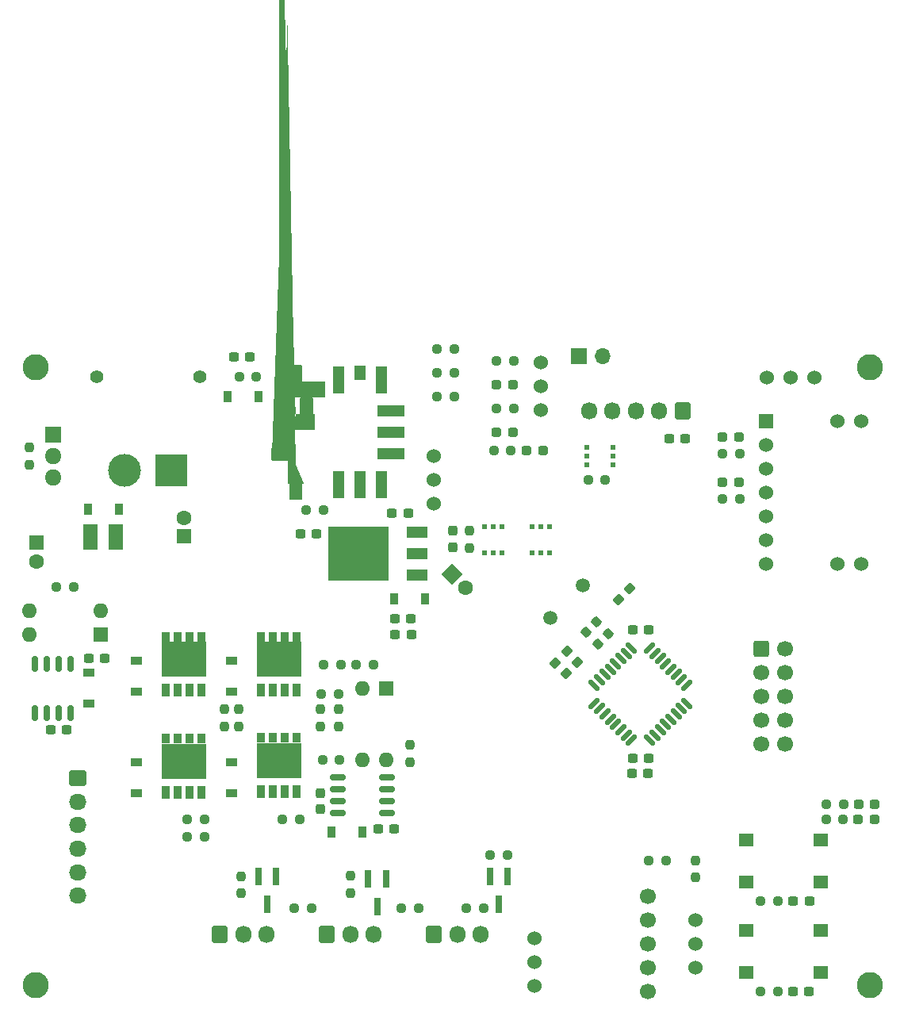
<source format=gbr>
%TF.GenerationSoftware,KiCad,Pcbnew,(6.0.7)*%
%TF.CreationDate,2023-06-24T17:20:50+09:00*%
%TF.ProjectId,motordriver,6d6f746f-7264-4726-9976-65722e6b6963,rev?*%
%TF.SameCoordinates,Original*%
%TF.FileFunction,Soldermask,Top*%
%TF.FilePolarity,Negative*%
%FSLAX46Y46*%
G04 Gerber Fmt 4.6, Leading zero omitted, Abs format (unit mm)*
G04 Created by KiCad (PCBNEW (6.0.7)) date 2023-06-24 17:20:50*
%MOMM*%
%LPD*%
G01*
G04 APERTURE LIST*
G04 Aperture macros list*
%AMRoundRect*
0 Rectangle with rounded corners*
0 $1 Rounding radius*
0 $2 $3 $4 $5 $6 $7 $8 $9 X,Y pos of 4 corners*
0 Add a 4 corners polygon primitive as box body*
4,1,4,$2,$3,$4,$5,$6,$7,$8,$9,$2,$3,0*
0 Add four circle primitives for the rounded corners*
1,1,$1+$1,$2,$3*
1,1,$1+$1,$4,$5*
1,1,$1+$1,$6,$7*
1,1,$1+$1,$8,$9*
0 Add four rect primitives between the rounded corners*
20,1,$1+$1,$2,$3,$4,$5,0*
20,1,$1+$1,$4,$5,$6,$7,0*
20,1,$1+$1,$6,$7,$8,$9,0*
20,1,$1+$1,$8,$9,$2,$3,0*%
%AMRotRect*
0 Rectangle, with rotation*
0 The origin of the aperture is its center*
0 $1 length*
0 $2 width*
0 $3 Rotation angle, in degrees counterclockwise*
0 Add horizontal line*
21,1,$1,$2,0,0,$3*%
%AMFreePoly0*
4,1,53,0.885000,-2.035000,0.700000,-2.035000,0.700000,-3.665000,0.695106,-3.680063,0.695106,-3.695902,0.685796,-3.708716,0.680902,-3.723779,0.668089,-3.733089,0.658779,-3.745902,0.643716,-3.750796,0.630902,-3.760106,0.615063,-3.760106,0.600000,-3.765000,-0.600000,-3.765000,-0.615063,-3.760106,-0.630902,-3.760106,-0.643716,-3.750796,-0.658779,-3.745902,-0.668089,-3.733089,-0.680902,-3.723779,
-0.685796,-3.708716,-0.695106,-3.695902,-0.695106,-3.680063,-0.700000,-3.665000,-0.700000,-2.035000,-0.885000,-2.035000,-0.885000,0.450000,-2.515000,0.450000,-2.530063,0.454894,-2.545902,0.454894,-2.558716,0.464204,-2.573779,0.469098,-2.583089,0.481911,-2.595902,0.491221,-2.600796,0.506284,-2.610106,0.519098,-2.610106,0.534937,-2.615000,0.550000,-2.615000,1.750000,-2.610106,1.765063,
-2.610106,1.780902,-2.600796,1.793716,-2.595902,1.808779,-2.583089,1.818089,-2.573779,1.830902,-2.558716,1.835796,-2.545902,1.845106,-2.530063,1.845106,-2.515000,1.850000,-0.885000,1.850000,-0.885000,2.035000,0.885000,2.035000,0.885000,-2.035000,0.885000,-2.035000,$1*%
%AMFreePoly1*
4,1,53,-0.534937,2.610106,-0.519098,2.610106,-0.506284,2.600796,-0.491221,2.595902,-0.481911,2.583089,-0.469098,2.573779,-0.464204,2.558716,-0.454894,2.545902,-0.454894,2.530063,-0.450000,2.515000,-0.450000,0.885000,0.450000,0.885000,0.450000,2.515000,0.454894,2.530063,0.454894,2.545902,0.464204,2.558716,0.469098,2.573779,0.481911,2.583089,0.491221,2.595902,0.506284,2.600796,
0.519098,2.610106,0.534937,2.610106,0.550000,2.615000,1.750000,2.615000,1.765063,2.610106,1.780902,2.610106,1.793716,2.600796,1.808779,2.595902,1.818089,2.583089,1.830902,2.573779,1.835796,2.558716,1.845106,2.545902,1.845106,2.530063,1.850000,2.515000,1.850000,0.885000,2.035000,0.885000,2.035000,-0.885000,-2.035000,-0.885000,-2.035000,0.885000,-1.850000,0.885000,
-1.850000,2.515000,-1.845106,2.530063,-1.845106,2.545902,-1.835796,2.558716,-1.830902,2.573779,-1.818089,2.583089,-1.808779,2.595902,-1.793716,2.600796,-1.780902,2.610106,-1.765063,2.610106,-1.750000,2.615000,-0.550000,2.615000,-0.534937,2.610106,-0.534937,2.610106,$1*%
%AMFreePoly2*
4,1,29,0.885000,1.850000,2.515000,1.850000,2.530063,1.845106,2.545902,1.845106,2.558716,1.835796,2.573779,1.830902,2.583089,1.818089,2.595902,1.808779,2.600796,1.793716,2.610106,1.780902,2.610106,1.765063,2.615000,1.750000,2.615000,0.550000,2.610106,0.534937,2.610106,0.519098,2.600796,0.506284,2.595902,0.491221,2.583089,0.481911,2.573779,0.469098,2.558716,0.464204,
2.545902,0.454894,2.530063,0.454894,2.515000,0.450000,0.885000,0.450000,0.885000,-2.035000,-0.885000,-2.035000,-0.885000,2.035000,0.885000,2.035000,0.885000,1.850000,0.885000,1.850000,$1*%
G04 Aperture macros list end*
%ADD10RoundRect,0.237500X-0.237500X0.300000X-0.237500X-0.300000X0.237500X-0.300000X0.237500X0.300000X0*%
%ADD11RoundRect,0.237500X0.237500X-0.250000X0.237500X0.250000X-0.237500X0.250000X-0.237500X-0.250000X0*%
%ADD12RoundRect,0.237500X-0.300000X-0.237500X0.300000X-0.237500X0.300000X0.237500X-0.300000X0.237500X0*%
%ADD13RoundRect,0.237500X-0.287500X-0.237500X0.287500X-0.237500X0.287500X0.237500X-0.287500X0.237500X0*%
%ADD14RoundRect,0.237500X-0.250000X-0.237500X0.250000X-0.237500X0.250000X0.237500X-0.250000X0.237500X0*%
%ADD15C,1.524000*%
%ADD16R,1.530000X2.720000*%
%ADD17R,0.620000X0.575000*%
%ADD18C,2.800000*%
%ADD19R,1.200000X0.900000*%
%ADD20R,0.900000X1.200000*%
%ADD21RoundRect,0.237500X0.044194X0.380070X-0.380070X-0.044194X-0.044194X-0.380070X0.380070X0.044194X0*%
%ADD22R,0.850000X1.450000*%
%ADD23R,0.850000X1.050000*%
%ADD24R,4.700000X3.750000*%
%ADD25C,1.500000*%
%ADD26O,1.600000X1.600000*%
%ADD27R,1.600000X1.600000*%
%ADD28C,1.700000*%
%ADD29R,1.600000X1.400000*%
%ADD30RoundRect,0.250000X0.600000X0.675000X-0.600000X0.675000X-0.600000X-0.675000X0.600000X-0.675000X0*%
%ADD31O,1.700000X1.850000*%
%ADD32RoundRect,0.237500X0.250000X0.237500X-0.250000X0.237500X-0.250000X-0.237500X0.250000X-0.237500X0*%
%ADD33RoundRect,0.250000X-0.600000X-0.675000X0.600000X-0.675000X0.600000X0.675000X-0.600000X0.675000X0*%
%ADD34RoundRect,0.237500X0.300000X0.237500X-0.300000X0.237500X-0.300000X-0.237500X0.300000X-0.237500X0*%
%ADD35RoundRect,0.237500X0.344715X-0.008839X-0.008839X0.344715X-0.344715X0.008839X0.008839X-0.344715X0*%
%ADD36RoundRect,0.237500X0.237500X-0.300000X0.237500X0.300000X-0.237500X0.300000X-0.237500X-0.300000X0*%
%ADD37RoundRect,0.237500X0.287500X0.237500X-0.287500X0.237500X-0.287500X-0.237500X0.287500X-0.237500X0*%
%ADD38R,0.800000X1.900000*%
%ADD39RoundRect,0.237500X-0.044194X-0.380070X0.380070X0.044194X0.044194X0.380070X-0.380070X-0.044194X0*%
%ADD40R,1.524000X1.524000*%
%ADD41C,1.600000*%
%ADD42C,1.400000*%
%ADD43R,3.500000X3.500000*%
%ADD44C,3.500000*%
%ADD45RoundRect,0.237500X-0.237500X0.250000X-0.237500X-0.250000X0.237500X-0.250000X0.237500X0.250000X0*%
%ADD46R,1.200000X3.000000*%
%ADD47FreePoly0,0.000000*%
%ADD48FreePoly1,90.000000*%
%ADD49FreePoly2,90.000000*%
%ADD50R,3.000000X1.200000*%
%ADD51R,1.200000X1.500000*%
%ADD52RoundRect,0.150000X0.675000X0.150000X-0.675000X0.150000X-0.675000X-0.150000X0.675000X-0.150000X0*%
%ADD53RoundRect,0.150000X-0.150000X0.675000X-0.150000X-0.675000X0.150000X-0.675000X0.150000X0.675000X0*%
%ADD54R,0.575000X0.620000*%
%ADD55RoundRect,0.125000X-0.530330X0.353553X0.353553X-0.530330X0.530330X-0.353553X-0.353553X0.530330X0*%
%ADD56RoundRect,0.125000X-0.530330X-0.353553X-0.353553X-0.530330X0.530330X0.353553X0.353553X0.530330X0*%
%ADD57R,2.200000X1.200000*%
%ADD58R,6.400000X5.800000*%
%ADD59R,1.800000X1.717500*%
%ADD60O,1.800000X1.717500*%
%ADD61RoundRect,0.250000X-0.600000X-0.600000X0.600000X-0.600000X0.600000X0.600000X-0.600000X0.600000X0*%
%ADD62RotRect,1.600000X1.600000X315.000000*%
%ADD63RoundRect,0.250000X-0.675000X0.600000X-0.675000X-0.600000X0.675000X-0.600000X0.675000X0.600000X0*%
%ADD64O,1.850000X1.700000*%
%ADD65R,1.700000X1.700000*%
%ADD66O,1.700000X1.700000*%
G04 APERTURE END LIST*
D10*
%TO.C,C21*%
X66675000Y-102007500D03*
X66675000Y-103732500D03*
%TD*%
D11*
%TO.C,R42*%
X66675000Y-93067500D03*
X66675000Y-94892500D03*
%TD*%
D12*
%TO.C,C8*%
X41910000Y-87630000D03*
X43635000Y-87630000D03*
%TD*%
D13*
%TO.C,D2*%
X109615000Y-68834000D03*
X111365000Y-68834000D03*
%TD*%
D14*
%TO.C,R27*%
X54252500Y-106680000D03*
X52427500Y-106680000D03*
%TD*%
D15*
%TO.C,SW3*%
X90170000Y-56030000D03*
X90170000Y-58570000D03*
X90170000Y-61110000D03*
%TD*%
D16*
%TO.C,C6*%
X44776610Y-74639237D03*
X42094610Y-74639237D03*
%TD*%
D17*
%TO.C,U5*%
X91120000Y-73542000D03*
X90170000Y-73542000D03*
X89220000Y-73542000D03*
X89220000Y-76318000D03*
X90170000Y-76318000D03*
X91120000Y-76318000D03*
%TD*%
D18*
%TO.C,REF\u002A\u002A*%
X125300000Y-122520000D03*
%TD*%
D19*
%TO.C,D9*%
X46990000Y-98680000D03*
X46990000Y-101980000D03*
%TD*%
D12*
%TO.C,C23*%
X74637153Y-85104507D03*
X76362153Y-85104507D03*
%TD*%
D20*
%TO.C,D3*%
X41826346Y-71658896D03*
X45126346Y-71658896D03*
%TD*%
D21*
%TO.C,C25*%
X99669880Y-80162120D03*
X98450120Y-81381880D03*
%TD*%
D14*
%TO.C,R22*%
X85170000Y-65405000D03*
X86995000Y-65405000D03*
%TD*%
D22*
%TO.C,U8*%
X50165000Y-101895000D03*
X51435000Y-101895000D03*
X52705000Y-101895000D03*
X53975000Y-101895000D03*
D23*
X53975000Y-96195000D03*
X52705000Y-96195000D03*
X51435000Y-96195000D03*
X50165000Y-96195000D03*
D24*
X52070000Y-98595000D03*
%TD*%
D25*
%TO.C,Y1*%
X94696412Y-79801588D03*
X91231589Y-83266411D03*
%TD*%
D26*
%TO.C,U3*%
X35550000Y-85095000D03*
X35550000Y-82555000D03*
X43170000Y-82555000D03*
D27*
X43170000Y-85095000D03*
%TD*%
D14*
%TO.C,R53*%
X113641500Y-113538000D03*
X115466500Y-113538000D03*
%TD*%
D12*
%TO.C,C10*%
X37872499Y-95250000D03*
X39597499Y-95250000D03*
%TD*%
D28*
%TO.C,SW4*%
X101600000Y-115570000D03*
X101600000Y-118110000D03*
X101600000Y-120650000D03*
X101600000Y-113030000D03*
X101600000Y-123190000D03*
%TD*%
D29*
%TO.C,SW6*%
X120110000Y-116622000D03*
X112110000Y-116622000D03*
X112110000Y-121122000D03*
X120110000Y-121122000D03*
%TD*%
D30*
%TO.C,J3*%
X105330000Y-61220000D03*
D31*
X102830000Y-61220000D03*
X100330000Y-61220000D03*
X97830000Y-61220000D03*
X95330000Y-61220000D03*
%TD*%
D17*
%TO.C,U9*%
X86040000Y-73542000D03*
X85090000Y-73542000D03*
X84140000Y-73542000D03*
X84140000Y-76318000D03*
X85090000Y-76318000D03*
X86040000Y-76318000D03*
%TD*%
D14*
%TO.C,R25*%
X84812500Y-108585000D03*
X86637500Y-108585000D03*
%TD*%
D12*
%TO.C,C9*%
X57434958Y-55398953D03*
X59159958Y-55398953D03*
%TD*%
D22*
%TO.C,U11*%
X60325000Y-91015000D03*
X61595000Y-91015000D03*
X62865000Y-91015000D03*
X64135000Y-91015000D03*
D23*
X64135000Y-85315000D03*
X62865000Y-85315000D03*
X61595000Y-85315000D03*
X60325000Y-85315000D03*
D24*
X62230000Y-87715000D03*
%TD*%
D32*
%TO.C,R15*%
X40282500Y-80010000D03*
X38457500Y-80010000D03*
%TD*%
D33*
%TO.C,J7*%
X55920000Y-117060000D03*
D31*
X58420000Y-117060000D03*
X60920000Y-117060000D03*
%TD*%
D34*
%TO.C,C22*%
X76340377Y-83395547D03*
X74615377Y-83395547D03*
%TD*%
D35*
%TO.C,R50*%
X96296159Y-86123338D03*
X95005689Y-84832868D03*
%TD*%
D14*
%TO.C,R30*%
X52427500Y-104775000D03*
X54252500Y-104775000D03*
%TD*%
D36*
%TO.C,C19*%
X80827993Y-75732189D03*
X80827993Y-74007189D03*
%TD*%
D34*
%TO.C,C29*%
X101700500Y-84582000D03*
X99975500Y-84582000D03*
%TD*%
D11*
%TO.C,R21*%
X82550000Y-75842500D03*
X82550000Y-74017500D03*
%TD*%
D20*
%TO.C,D4*%
X56770000Y-59690000D03*
X60070000Y-59690000D03*
%TD*%
D37*
%TO.C,D16*%
X125837506Y-104790968D03*
X124087506Y-104790968D03*
%TD*%
D38*
%TO.C,Q5*%
X86675000Y-110895000D03*
X84775000Y-110895000D03*
X85725000Y-113895000D03*
%TD*%
D11*
%TO.C,R29*%
X56384306Y-94864203D03*
X56384306Y-93039203D03*
%TD*%
D32*
%TO.C,R45*%
X68704523Y-98443293D03*
X66879523Y-98443293D03*
%TD*%
D34*
%TO.C,C20*%
X76036933Y-72114105D03*
X74311933Y-72114105D03*
%TD*%
D39*
%TO.C,C28*%
X92862120Y-89255880D03*
X94081880Y-88036120D03*
%TD*%
D32*
%TO.C,R47*%
X68580000Y-91440000D03*
X66755000Y-91440000D03*
%TD*%
%TO.C,R18*%
X80922500Y-59690000D03*
X79097500Y-59690000D03*
%TD*%
%TO.C,R35*%
X77112500Y-114300000D03*
X75287500Y-114300000D03*
%TD*%
D22*
%TO.C,U12*%
X60325000Y-101810000D03*
X61595000Y-101810000D03*
X62865000Y-101810000D03*
X64135000Y-101810000D03*
D23*
X64135000Y-96110000D03*
X62865000Y-96110000D03*
X61595000Y-96110000D03*
X60325000Y-96110000D03*
D24*
X62230000Y-98510000D03*
%TD*%
D19*
%TO.C,D11*%
X57150000Y-87885000D03*
X57150000Y-91185000D03*
%TD*%
D15*
%TO.C,SW7*%
X114300000Y-57658000D03*
X116840000Y-57658000D03*
X119380000Y-57658000D03*
%TD*%
%TO.C,SW2*%
X89535000Y-122555000D03*
X89535000Y-120015000D03*
X89535000Y-117475000D03*
%TD*%
D20*
%TO.C,D13*%
X77850000Y-81280000D03*
X74550000Y-81280000D03*
%TD*%
D14*
%TO.C,R5*%
X109577500Y-70612000D03*
X111402500Y-70612000D03*
%TD*%
D32*
%TO.C,R48*%
X115466500Y-123190000D03*
X113641500Y-123190000D03*
%TD*%
D15*
%TO.C,J1*%
X121860000Y-77565000D03*
X124400000Y-62325000D03*
X124400000Y-77565000D03*
X121860000Y-62325000D03*
X114240000Y-77565000D03*
X114240000Y-69945000D03*
D40*
X114240000Y-62325000D03*
D15*
X114240000Y-72485000D03*
X114240000Y-67405000D03*
X114240000Y-64865000D03*
X114240000Y-75025000D03*
%TD*%
D14*
%TO.C,R39*%
X85447500Y-60960000D03*
X87272500Y-60960000D03*
%TD*%
D18*
%TO.C,REF\u002A\u002A*%
X36300000Y-122520000D03*
%TD*%
D39*
%TO.C,C26*%
X91744240Y-88087760D03*
X92964000Y-86868000D03*
%TD*%
D27*
%TO.C,U16*%
X73665000Y-90815000D03*
D26*
X71125000Y-90815000D03*
X71125000Y-98435000D03*
X73665000Y-98435000D03*
%TD*%
D34*
%TO.C,C14*%
X105637500Y-64135000D03*
X103912500Y-64135000D03*
%TD*%
D27*
%TO.C,C11*%
X52070000Y-74615112D03*
D41*
X52070000Y-72615112D03*
%TD*%
D42*
%TO.C,J2*%
X53760000Y-57575000D03*
X42760000Y-57575000D03*
D43*
X50760000Y-67575000D03*
D44*
X45760000Y-67575000D03*
%TD*%
D14*
%TO.C,R12*%
X70485000Y-88265000D03*
X72310000Y-88265000D03*
%TD*%
D33*
%TO.C,J6*%
X78780000Y-117070000D03*
D31*
X81280000Y-117070000D03*
X83780000Y-117070000D03*
%TD*%
D45*
%TO.C,R24*%
X69850000Y-110847500D03*
X69850000Y-112672500D03*
%TD*%
D15*
%TO.C,SW5*%
X106680000Y-115570000D03*
X106680000Y-118110000D03*
X106680000Y-120650000D03*
%TD*%
D14*
%TO.C,R13*%
X65127500Y-71755000D03*
X66952500Y-71755000D03*
%TD*%
D11*
%TO.C,R46*%
X76200000Y-98702500D03*
X76200000Y-96877500D03*
%TD*%
D45*
%TO.C,R23*%
X58172761Y-110879154D03*
X58172761Y-112704154D03*
%TD*%
D46*
%TO.C,MD1*%
X68580000Y-69100000D03*
D47*
X63995000Y-66935000D03*
D48*
X63995000Y-62355000D03*
D49*
X65145000Y-58915000D03*
D46*
X68580000Y-57900000D03*
X73160000Y-57900000D03*
D50*
X74180000Y-63500000D03*
X74180000Y-65790000D03*
D46*
X73160000Y-69100000D03*
X70870000Y-69100000D03*
D51*
X70870000Y-57150000D03*
D50*
X74180000Y-61210000D03*
%TD*%
D35*
%TO.C,R49*%
X97419235Y-84973235D03*
X96128765Y-83682765D03*
%TD*%
D38*
%TO.C,Q4*%
X73660000Y-111125000D03*
X71760000Y-111125000D03*
X72710000Y-114125000D03*
%TD*%
D37*
%TO.C,D15*%
X124123928Y-103204699D03*
X125873928Y-103204699D03*
%TD*%
D13*
%TO.C,D10*%
X85485000Y-63500000D03*
X87235000Y-63500000D03*
%TD*%
D19*
%TO.C,D5*%
X41910000Y-92454999D03*
X41910000Y-89154999D03*
%TD*%
D52*
%TO.C,U15*%
X73745000Y-104140000D03*
X73745000Y-102870000D03*
X73745000Y-101600000D03*
X73745000Y-100330000D03*
X68495000Y-100330000D03*
X68495000Y-101600000D03*
X68495000Y-102870000D03*
X68495000Y-104140000D03*
%TD*%
D53*
%TO.C,U4*%
X40005000Y-88180000D03*
X38735000Y-88180000D03*
X37465000Y-88180000D03*
X36195000Y-88180000D03*
X36195000Y-93430000D03*
X37465000Y-93430000D03*
X38735000Y-93430000D03*
X40005000Y-93430000D03*
%TD*%
D12*
%TO.C,C32*%
X99931040Y-99856988D03*
X101656040Y-99856988D03*
%TD*%
%TO.C,C34*%
X117147000Y-113538000D03*
X118872000Y-113538000D03*
%TD*%
D54*
%TO.C,U13*%
X95132000Y-65090000D03*
X95132000Y-66040000D03*
X95132000Y-66990000D03*
X97908000Y-66990000D03*
X97908000Y-66040000D03*
X97908000Y-65090000D03*
%TD*%
D32*
%TO.C,R16*%
X80922500Y-54610000D03*
X79097500Y-54610000D03*
%TD*%
D14*
%TO.C,R43*%
X62587500Y-104775000D03*
X64412500Y-104775000D03*
%TD*%
D19*
%TO.C,D12*%
X57150000Y-98680000D03*
X57150000Y-101980000D03*
%TD*%
D11*
%TO.C,R52*%
X106680000Y-110998000D03*
X106680000Y-109173000D03*
%TD*%
D55*
%TO.C,U17*%
X99865728Y-86507930D03*
X99300043Y-87073616D03*
X98734357Y-87639301D03*
X98168672Y-88204986D03*
X97602986Y-88770672D03*
X97037301Y-89336357D03*
X96471616Y-89902043D03*
X95905930Y-90467728D03*
D56*
X95905930Y-92412272D03*
X96471616Y-92977957D03*
X97037301Y-93543643D03*
X97602986Y-94109328D03*
X98168672Y-94675014D03*
X98734357Y-95240699D03*
X99300043Y-95806384D03*
X99865728Y-96372070D03*
D55*
X101810272Y-96372070D03*
X102375957Y-95806384D03*
X102941643Y-95240699D03*
X103507328Y-94675014D03*
X104073014Y-94109328D03*
X104638699Y-93543643D03*
X105204384Y-92977957D03*
X105770070Y-92412272D03*
D56*
X105770070Y-90467728D03*
X105204384Y-89902043D03*
X104638699Y-89336357D03*
X104073014Y-88770672D03*
X103507328Y-88204986D03*
X102941643Y-87639301D03*
X102375957Y-87073616D03*
X101810272Y-86507930D03*
%TD*%
D14*
%TO.C,R17*%
X79097500Y-57150000D03*
X80922500Y-57150000D03*
%TD*%
D12*
%TO.C,C33*%
X64542500Y-74295000D03*
X66267500Y-74295000D03*
%TD*%
D57*
%TO.C,U14*%
X77015000Y-78735000D03*
X77015000Y-76455000D03*
D58*
X70715000Y-76455000D03*
D57*
X77015000Y-74175000D03*
%TD*%
D13*
%TO.C,D7*%
X85485000Y-58420000D03*
X87235000Y-58420000D03*
%TD*%
D32*
%TO.C,R36*%
X84097500Y-114300000D03*
X82272500Y-114300000D03*
%TD*%
D14*
%TO.C,R41*%
X95250000Y-68580000D03*
X97075000Y-68580000D03*
%TD*%
%TO.C,R32*%
X63857500Y-114300000D03*
X65682500Y-114300000D03*
%TD*%
D20*
%TO.C,D14*%
X67845456Y-106193174D03*
X71145456Y-106193174D03*
%TD*%
D38*
%TO.C,Q3*%
X61910000Y-110895000D03*
X60010000Y-110895000D03*
X60960000Y-113895000D03*
%TD*%
D33*
%TO.C,J8*%
X67350000Y-117100000D03*
D31*
X69850000Y-117100000D03*
X72350000Y-117100000D03*
%TD*%
D22*
%TO.C,U7*%
X50165000Y-91015000D03*
X51435000Y-91015000D03*
X52705000Y-91015000D03*
X53975000Y-91015000D03*
D23*
X53975000Y-85315000D03*
X52705000Y-85315000D03*
X51435000Y-85315000D03*
X50165000Y-85315000D03*
D24*
X52070000Y-87715000D03*
%TD*%
D29*
%TO.C,SW8*%
X112110000Y-106970000D03*
X120110000Y-106970000D03*
X120110000Y-111470000D03*
X112110000Y-111470000D03*
%TD*%
D14*
%TO.C,R31*%
X85447500Y-55880000D03*
X87272500Y-55880000D03*
%TD*%
%TO.C,R11*%
X67032500Y-88265000D03*
X68857500Y-88265000D03*
%TD*%
D34*
%TO.C,C24*%
X74522500Y-105852269D03*
X72797500Y-105852269D03*
%TD*%
D59*
%TO.C,Q2*%
X38100000Y-63749999D03*
D60*
X38100000Y-66039999D03*
X38100000Y-68329999D03*
%TD*%
D14*
%TO.C,R20*%
X57993340Y-57535364D03*
X59818340Y-57535364D03*
%TD*%
D34*
%TO.C,C30*%
X101700500Y-98298000D03*
X99975500Y-98298000D03*
%TD*%
D37*
%TO.C,D6*%
X90410000Y-65405000D03*
X88660000Y-65405000D03*
%TD*%
D14*
%TO.C,R3*%
X109577500Y-65786000D03*
X111402500Y-65786000D03*
%TD*%
D11*
%TO.C,R44*%
X68580000Y-94892500D03*
X68580000Y-93067500D03*
%TD*%
D61*
%TO.C,J4*%
X113762500Y-86595000D03*
D28*
X116302500Y-86595000D03*
X113762500Y-89135000D03*
X116302500Y-89135000D03*
X113762500Y-91675000D03*
X116302500Y-91675000D03*
X113762500Y-94215000D03*
X116302500Y-94215000D03*
X113762500Y-96755000D03*
X116302500Y-96755000D03*
%TD*%
D11*
%TO.C,R26*%
X57898187Y-93039203D03*
X57898187Y-94864203D03*
%TD*%
D13*
%TO.C,D1*%
X109615000Y-64008000D03*
X111365000Y-64008000D03*
%TD*%
D18*
%TO.C,REF\u002A\u002A*%
X125300000Y-56520000D03*
%TD*%
D15*
%TO.C,SW1*%
X78740000Y-66040000D03*
X78740000Y-68580000D03*
X78740000Y-71120000D03*
%TD*%
D11*
%TO.C,R7*%
X35560000Y-66952500D03*
X35560000Y-65127500D03*
%TD*%
D14*
%TO.C,R51*%
X101703500Y-109220000D03*
X103528500Y-109220000D03*
%TD*%
D62*
%TO.C,C17*%
X80728957Y-78648159D03*
D41*
X82143171Y-80062373D03*
%TD*%
D18*
%TO.C,REF\u002A\u002A*%
X36300000Y-56520000D03*
%TD*%
D19*
%TO.C,D8*%
X46990000Y-87885000D03*
X46990000Y-91185000D03*
%TD*%
D32*
%TO.C,R55*%
X122470331Y-104819985D03*
X120645331Y-104819985D03*
%TD*%
D27*
%TO.C,C5*%
X36364633Y-75288494D03*
D41*
X36364633Y-77288494D03*
%TD*%
D63*
%TO.C,J5*%
X40750000Y-100430000D03*
D64*
X40750000Y-102930000D03*
X40750000Y-105430000D03*
X40750000Y-107930000D03*
X40750000Y-110430000D03*
X40750000Y-112930000D03*
%TD*%
D12*
%TO.C,C27*%
X117094000Y-123190000D03*
X118819000Y-123190000D03*
%TD*%
D32*
%TO.C,R54*%
X122519196Y-103193375D03*
X120694196Y-103193375D03*
%TD*%
D65*
%TO.C,JP1*%
X94229000Y-55372000D03*
D66*
X96769000Y-55372000D03*
%TD*%
M02*

</source>
